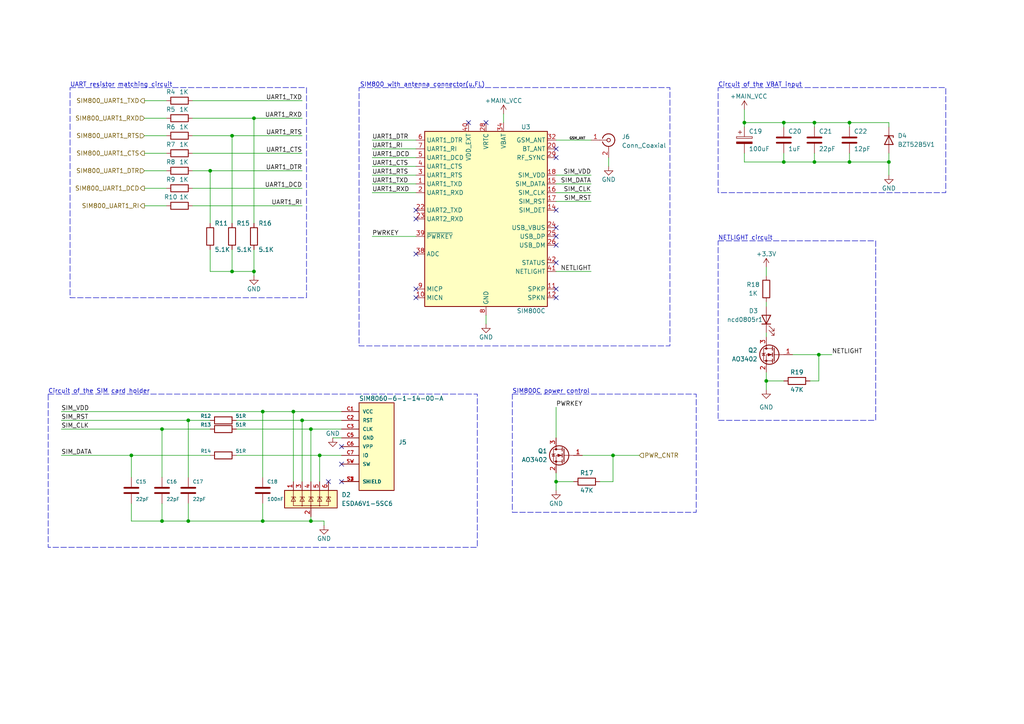
<source format=kicad_sch>
(kicad_sch (version 20231120) (generator "eeschema") (generator_version "8.0")
  (paper "A4")
  (title_block (title "TSTracker") (date "2023-11-01") (rev "1"))
  (lib_symbols
    (symbol "Connector:Conn_Coaxial" (pin_names (offset 1.016) hide)
      (property "Reference" "J" (at 0.254 3.048 0))
      (property "Value" "Conn_Coaxial" (at 2.921 0 90))
      (symbol "Conn_Coaxial_0_1"
        (arc (start -1.778 -0.508) (mid 0.2311 -1.8066) (end 1.778 0) (stroke (width 0.254)))
        (polyline (pts (xy -2.54 0) (xy -0.508 0)))
        (polyline (pts (xy 0 -2.54) (xy 0 -1.778)))
        (circle (center 0 0) (radius 0.508) (stroke (width 0.2032)))
        (arc (start 1.778 0) (mid 0.2099 1.8101) (end -1.778 0.508) (stroke (width 0.254)))
      )
      (symbol "Conn_Coaxial_1_1"
        (pin passive line (at -5.08 0 0) (length 2.54) (name "In") (number "1"))
        (pin passive line (at 0 -5.08 90) (length 2.54) (name "Ext") (number "2"))
      )
    )
    (symbol "Device:C" (pin_numbers hide) (pin_names (offset 0.254))
      (property "Reference" "C" (at 0.635 2.54 0))
      (property "Value" "C" (at 0.635 -2.54 0))
      (symbol "C_0_1"
        (polyline (pts (xy -2.032 -0.762) (xy 2.032 -0.762)) (stroke (width 0.508)))
        (polyline (pts (xy -2.032 0.762) (xy 2.032 0.762)) (stroke (width 0.508)))
      )
      (symbol "C_1_1"
        (pin passive line (at 0 3.81 270) (length 2.794) (name "~") (number "1"))
        (pin passive line (at 0 -3.81 90) (length 2.794) (name "~") (number "2"))
      )
    )
    (symbol "Device:C_Polarized" (pin_numbers hide) (pin_names (offset 0.254))
      (property "Reference" "C" (at 0.635 2.54 0))
      (property "Value" "C_Polarized" (at 0.635 -2.54 0))
      (symbol "C_Polarized_0_1"
        (rectangle (start -2.286 0.508) (end 2.286 1.016))
        (polyline (pts (xy -1.778 2.286) (xy -0.762 2.286)))
        (polyline (pts (xy -1.27 2.794) (xy -1.27 1.778)))
        (rectangle (start 2.286 -0.508) (end -2.286 -1.016) (fill (type outline)))
      )
      (symbol "C_Polarized_1_1"
        (pin passive line (at 0 3.81 270) (length 2.794) (name "~") (number "1"))
        (pin passive line (at 0 -3.81 90) (length 2.794) (name "~") (number "2"))
      )
    )
    (symbol "Device:LED" (pin_numbers hide) (pin_names (offset 1.016) hide)
      (property "Reference" "D" (at 0 2.54 0))
      (property "Value" "LED" (at 0 -2.54 0))
      (symbol "LED_0_1"
        (polyline (pts (xy -1.27 -1.27) (xy -1.27 1.27)) (stroke (width 0.254)))
        (polyline (pts (xy -1.27 0) (xy 1.27 0)))
        (polyline (pts (xy 1.27 -1.27) (xy 1.27 1.27) (xy -1.27 0) (xy 1.27 -1.27)) (stroke (width 0.254)))
        (polyline (pts (xy -3.048 -0.762) (xy -4.572 -2.286) (xy -3.81 -2.286) (xy -4.572 -2.286) (xy -4.572 -1.524)))
        (polyline (pts (xy -1.778 -0.762) (xy -3.302 -2.286) (xy -2.54 -2.286) (xy -3.302 -2.286) (xy -3.302 -1.524)))
      )
      (symbol "LED_1_1"
        (pin passive line (at -3.81 0 0) (length 2.54) (name "K") (number "1"))
        (pin passive line (at 3.81 0 180) (length 2.54) (name "A") (number "2"))
      )
    )
    (symbol "Device:R" (pin_numbers hide) (pin_names (offset 0))
      (property "Reference" "R" (at 2.032 0 90))
      (property "Value" "R" (at 0 0 90))
      (symbol "R_0_1"
        (rectangle (start -1.016 -2.54) (end 1.016 2.54) (stroke (width 0.254)))
      )
      (symbol "R_1_1"
        (pin passive line (at 0 3.81 270) (length 1.27) (name "~") (number "1"))
        (pin passive line (at 0 -3.81 90) (length 1.27) (name "~") (number "2"))
      )
    )
    (symbol "Diode:BZT52Bxx" (pin_numbers hide) (pin_names hide)
      (property "Reference" "D" (at 0 2.54 0))
      (property "Value" "BZT52Bxx" (at 0 -2.54 0))
      (symbol "BZT52Bxx_0_1"
        (polyline (pts (xy 1.27 0) (xy -1.27 0)))
        (polyline (pts (xy -1.27 -1.27) (xy -1.27 1.27) (xy -0.762 1.27)) (stroke (width 0.254)))
        (polyline (pts (xy 1.27 -1.27) (xy 1.27 1.27) (xy -1.27 0) (xy 1.27 -1.27)) (stroke (width 0.254)))
      )
      (symbol "BZT52Bxx_1_1"
        (pin passive line (at -3.81 0 0) (length 2.54) (name "K") (number "1"))
        (pin passive line (at 3.81 0 180) (length 2.54) (name "A") (number "2"))
      )
    )
    (symbol "Power_Protection:ESDA6V1-5SC6" (pin_names hide)
      (property "Reference" "D" (at -5.08 -3.81 0))
      (property "Value" "ESDA6V1-5SC6" (at 2.54 -3.81 0))
      (symbol "ESDA6V1-5SC6_0_0"
        (pin passive line (at 0 -5.08 90) (length 2.54) (name "GND") (number "2"))
      )
      (symbol "ESDA6V1-5SC6_0_1"
        (rectangle (start -7.62 2.54) (end 7.62 -2.54) (stroke (width 0.254)) (fill (type background)))
        (circle (center -2.54 -1.905) (radius 0.127))
        (circle (center 0 -1.905) (radius 0.127))
        (polyline (pts (xy -2.54 2.54) (xy -2.54 -1.905)))
        (polyline (pts (xy 0 2.54) (xy 0 -2.54)))
        (polyline (pts (xy 2.54 2.54) (xy 2.54 -1.905)))
        (polyline (pts (xy -5.715 0.635) (xy -4.445 0.635) (xy -4.445 0.381)))
        (polyline (pts (xy -3.175 0.635) (xy -1.905 0.635) (xy -1.905 0.381)))
        (polyline (pts (xy -0.635 0.635) (xy 0.635 0.635) (xy 0.635 0.381)))
        (polyline (pts (xy 1.905 0.635) (xy 3.175 0.635) (xy 3.175 0.381)))
        (polyline (pts (xy 4.445 0.635) (xy 5.715 0.635) (xy 5.715 0.381)))
        (polyline (pts (xy -5.715 -0.635) (xy -4.445 -0.635) (xy -5.08 0.635) (xy -5.715 -0.635)))
        (polyline (pts (xy -5.08 2.54) (xy -5.08 -1.905) (xy 5.08 -1.905) (xy 5.08 2.54)))
        (polyline (pts (xy -3.175 -0.635) (xy -1.905 -0.635) (xy -2.54 0.635) (xy -3.175 -0.635)))
        (polyline (pts (xy -0.635 -0.635) (xy 0.635 -0.635) (xy 0 0.635) (xy -0.635 -0.635)))
        (polyline (pts (xy 1.905 -0.635) (xy 3.175 -0.635) (xy 2.54 0.635) (xy 1.905 -0.635)))
        (polyline (pts (xy 4.445 -0.635) (xy 5.715 -0.635) (xy 5.08 0.635) (xy 4.445 -0.635)))
        (circle (center 2.54 -1.905) (radius 0.127))
      )
      (symbol "ESDA6V1-5SC6_1_1"
        (pin passive line (at -5.08 5.08 270) (length 2.54) (name "IO1") (number "1"))
        (pin passive line (at -2.54 5.08 270) (length 2.54) (name "IO2") (number "3"))
        (pin passive line (at 0 5.08 270) (length 2.54) (name "IO3") (number "4"))
        (pin passive line (at 2.54 5.08 270) (length 2.54) (name "IO4") (number "5"))
        (pin passive line (at 5.08 5.08 270) (length 2.54) (name "IO5") (number "6"))
      )
    )
    (symbol "RF_GSM:SIM800C"
      (property "Reference" "U" (at -15.24 26.67 0))
      (property "Value" "SIM800C" (at 12.7 26.67 0))
      (symbol "SIM800C_0_1"
        (rectangle (start -17.78 25.4) (end 17.78 -25.4) (stroke (width 0.254)) (fill (type background)))
      )
      (symbol "SIM800C_1_1"
        (pin output line (at -20.32 10.16 0) (length 2.54) (name "UART1_TXD") (number "1"))
        (pin input line (at -20.32 -22.86 0) (length 2.54) (name "MICN") (number "10"))
        (pin output line (at 20.32 -20.32 180) (length 2.54) (name "SPKP") (number "11"))
        (pin output line (at 20.32 -22.86 180) (length 2.54) (name "SPKN") (number "12"))
        (pin passive line (at 0 -27.94 90) (length 2.54) hide (name "GND") (number "13"))
        (pin input line (at 20.32 2.54 180) (length 2.54) (name "SIM_DET") (number "14"))
        (pin bidirectional line (at 20.32 10.16 180) (length 2.54) (name "SIM_DATA") (number "15"))
        (pin output line (at 20.32 7.62 180) (length 2.54) (name "SIM_CLK") (number "16"))
        (pin output line (at 20.32 5.08 180) (length 2.54) (name "SIM_RST") (number "17"))
        (pin power_out line (at 20.32 12.7 180) (length 2.54) (name "SIM_VDD") (number "18"))
        (pin passive line (at 0 -27.94 90) (length 2.54) hide (name "GND") (number "19"))
        (pin input line (at -20.32 7.62 0) (length 2.54) (name "UART1_RXD") (number "2"))
        (pin passive line (at 20.32 20.32 180) (length 2.54) (name "BT_ANT") (number "20"))
        (pin passive line (at 0 -27.94 90) (length 2.54) hide (name "GND") (number "21"))
        (pin output line (at -20.32 2.54 0) (length 2.54) (name "UART2_TXD") (number "22"))
        (pin input line (at -20.32 0 0) (length 2.54) (name "UART2_RXD") (number "23"))
        (pin input line (at 20.32 -2.54 180) (length 2.54) (name "USB_VBUS") (number "24"))
        (pin bidirectional line (at 20.32 -5.08 180) (length 2.54) (name "USB_DP") (number "25"))
        (pin bidirectional line (at 20.32 -7.62 180) (length 2.54) (name "USB_DM") (number "26"))
        (pin passive line (at 0 -27.94 90) (length 2.54) hide (name "GND") (number "27"))
        (pin power_in line (at 0 27.94 270) (length 2.54) (name "VRTC") (number "28"))
        (pin output line (at 20.32 17.78 180) (length 2.54) (name "RF_SYNC") (number "29"))
        (pin input line (at -20.32 12.7 0) (length 2.54) (name "UART1_RTS") (number "3"))
        (pin passive line (at 0 -27.94 90) (length 2.54) hide (name "GND") (number "30"))
        (pin passive line (at 0 -27.94 90) (length 2.54) hide (name "GND") (number "31"))
        (pin passive line (at 20.32 22.86 180) (length 2.54) (name "GSM_ANT") (number "32"))
        (pin passive line (at 0 -27.94 90) (length 2.54) hide (name "GND") (number "33"))
        (pin power_in line (at 5.08 27.94 270) (length 2.54) (name "VBAT") (number "34"))
        (pin passive line (at 5.08 27.94 270) (length 2.54) hide (name "VBAT") (number "35"))
        (pin passive line (at 0 -27.94 90) (length 2.54) hide (name "GND") (number "36"))
        (pin passive line (at 0 -27.94 90) (length 2.54) hide (name "GND") (number "37"))
        (pin input line (at -20.32 -10.16 0) (length 2.54) (name "ADC") (number "38"))
        (pin input line (at -20.32 -5.08 0) (length 2.54) (name "~{PWRKEY}") (number "39"))
        (pin output line (at -20.32 15.24 0) (length 2.54) (name "UART1_CTS") (number "4"))
        (pin power_out line (at -5.08 27.94 270) (length 2.54) (name "VDD_EXT") (number "40"))
        (pin output line (at 20.32 -15.24 180) (length 2.54) (name "NETLIGHT") (number "41"))
        (pin output line (at 20.32 -12.7 180) (length 2.54) (name "STATUS") (number "42"))
        (pin output line (at -20.32 17.78 0) (length 2.54) (name "UART1_DCD") (number "5"))
        (pin input line (at -20.32 22.86 0) (length 2.54) (name "UART1_DTR") (number "6"))
        (pin output line (at -20.32 20.32 0) (length 2.54) (name "UART1_RI") (number "7"))
        (pin power_in line (at 0 -27.94 90) (length 2.54) (name "GND") (number "8"))
        (pin input line (at -20.32 -20.32 0) (length 2.54) (name "MICP") (number "9"))
      )
    )
    (symbol "SIM8060-6-1-14-00-A:SIM8060-6-1-14-00-A" (pin_names (offset 1.016))
      (property "Reference" "J" (at -5.08 13.335 0))
      (property "Value" "SIM8060-6-1-14-00-A" (at -5.08 -15.24 0))
      (symbol "SIM8060-6-1-14-00-A_0_0"
        (rectangle (start -5.08 -12.7) (end 5.08 12.7) (stroke (width 0.254)) (fill (type background)))
        (pin passive line (at -10.16 10.16 0) (length 5.08) (name "VCC") (number "C1"))
        (pin passive line (at -10.16 7.62 0) (length 5.08) (name "RST") (number "C2"))
        (pin passive line (at -10.16 5.08 0) (length 5.08) (name "CLK") (number "C3"))
        (pin passive line (at -10.16 2.54 0) (length 5.08) (name "GND") (number "C5"))
        (pin passive line (at -10.16 0 0) (length 5.08) (name "VPP") (number "C6"))
        (pin passive line (at -10.16 -2.54 0) (length 5.08) (name "IO") (number "C7"))
        (pin passive line (at -10.16 -10.16 0) (length 5.08) (name "SHIELD") (number "S1"))
        (pin passive line (at -10.16 -10.16 0) (length 5.08) (name "SHIELD") (number "S2"))
        (pin passive line (at -10.16 -10.16 0) (length 5.08) (name "SHIELD") (number "S3"))
        (pin passive line (at -10.16 -5.08 0) (length 5.08) (name "SW") (number "SW"))
      )
    )
    (symbol "Transistor_FET:2N7002" (pin_names hide)
      (property "Reference" "Q" (at 5.08 1.905 0))
      (property "Value" "2N7002" (at 5.08 0 0))
      (symbol "2N7002_0_1"
        (polyline (pts (xy 0.254 0) (xy -2.54 0)))
        (polyline (pts (xy 0.254 1.905) (xy 0.254 -1.905)) (stroke (width 0.254)))
        (polyline (pts (xy 0.762 -1.27) (xy 0.762 -2.286)) (stroke (width 0.254)))
        (polyline (pts (xy 0.762 0.508) (xy 0.762 -0.508)) (stroke (width 0.254)))
        (polyline (pts (xy 0.762 2.286) (xy 0.762 1.27)) (stroke (width 0.254)))
        (polyline (pts (xy 2.54 2.54) (xy 2.54 1.778)))
        (polyline (pts (xy 2.54 -2.54) (xy 2.54 0) (xy 0.762 0)))
        (polyline (pts (xy 0.762 -1.778) (xy 3.302 -1.778) (xy 3.302 1.778) (xy 0.762 1.778)))
        (polyline (pts (xy 1.016 0) (xy 2.032 0.381) (xy 2.032 -0.381) (xy 1.016 0)) (fill (type outline)))
        (polyline (pts (xy 2.794 0.508) (xy 2.921 0.381) (xy 3.683 0.381) (xy 3.81 0.254)))
        (polyline (pts (xy 3.302 0.381) (xy 2.921 -0.254) (xy 3.683 -0.254) (xy 3.302 0.381)))
        (circle (center 1.651 0) (radius 2.794) (stroke (width 0.254)))
        (circle (center 2.54 -1.778) (radius 0.254) (fill (type outline)))
        (circle (center 2.54 1.778) (radius 0.254) (fill (type outline)))
      )
      (symbol "2N7002_1_1"
        (pin input line (at -5.08 0 0) (length 2.54) (name "G") (number "1"))
        (pin passive line (at 2.54 -5.08 90) (length 2.54) (name "S") (number "2"))
        (pin passive line (at 2.54 5.08 270) (length 2.54) (name "D") (number "3"))
      )
    )
    (symbol "custom_power_symbols:+MAIN_VCC" (power) (pin_names (offset 0))
      (property "Value" "+MAIN_VCC" (at 0 3.556 0))
      (symbol "+MAIN_VCC_0_1"
        (polyline (pts (xy -0.762 1.27) (xy 0 2.54)))
        (polyline (pts (xy 0 0) (xy 0 2.54)))
        (polyline (pts (xy 0 2.54) (xy 0.762 1.27)))
      )
      (symbol "+MAIN_VCC_1_1"
        (pin power_in line (at 0 0 90) (length 0) hide (name "+MAIN_VCC") (number "1"))
      )
    )
    (symbol "power:+3.3V" (power) (pin_names (offset 0))
      (property "Value" "+3.3V" (at 0 3.556 0))
      (symbol "+3.3V_0_1"
        (polyline (pts (xy -0.762 1.27) (xy 0 2.54)))
        (polyline (pts (xy 0 0) (xy 0 2.54)))
        (polyline (pts (xy 0 2.54) (xy 0.762 1.27)))
      )
      (symbol "+3.3V_1_1"
        (pin power_in line (at 0 0 90) (length 0) hide (name "+3.3V") (number "1"))
      )
    )
    (symbol "power:GND" (power) (pin_names (offset 0))
      (property "Value" "GND" (at 0 -3.81 0))
      (symbol "GND_0_1"
        (polyline (pts (xy 0 0) (xy 0 -1.27) (xy 1.27 -1.27) (xy 0 -2.54) (xy -1.27 -1.27) (xy 0 -1.27)))
      )
      (symbol "GND_1_1"
        (pin power_in line (at 0 0 270) (length 0) hide (name "GND") (number "1"))
      )
    )
  )
  (junction (at 67.31 78.74))
  (junction (at 92.71 132.08))
  (junction (at 46.99 124.46))
  (junction (at 257.81 46.99))
  (junction (at 161.29 139.7))
  (junction (at 54.61 151.13))
  (junction (at 67.31 39.37))
  (junction (at 222.25 110.49))
  (junction (at 85.09 119.38))
  (junction (at 76.2 151.13))
  (junction (at 227.33 46.99))
  (junction (at 76.2 119.38))
  (junction (at 215.9 35.56))
  (junction (at 73.66 34.29))
  (junction (at 60.96 49.53))
  (junction (at 246.38 46.99))
  (junction (at 38.1 132.08))
  (junction (at 46.99 151.13))
  (junction (at 236.22 46.99))
  (junction (at 177.8 132.08))
  (junction (at 227.33 35.56))
  (junction (at 236.22 35.56))
  (junction (at 237.49 102.87))
  (junction (at 246.38 35.56))
  (junction (at 54.61 121.92))
  (junction (at 73.66 78.74))
  (junction (at 90.17 151.13))
  (junction (at 87.63 121.92))
  (junction (at 90.17 124.46))
  (no_connect (at 99.06 129.54))
  (no_connect (at 140.97 35.56))
  (no_connect (at 135.89 35.56))
  (no_connect (at 161.29 71.12))
  (no_connect (at 120.65 73.66))
  (no_connect (at 120.65 83.82))
  (no_connect (at 161.29 86.36))
  (no_connect (at 99.06 134.62))
  (no_connect (at 161.29 83.82))
  (no_connect (at 161.29 60.96))
  (no_connect (at 95.25 139.7))
  (no_connect (at 120.65 63.5))
  (no_connect (at 161.29 45.72))
  (no_connect (at 161.29 68.58))
  (no_connect (at 99.06 139.7))
  (no_connect (at 161.29 66.04))
  (no_connect (at 161.29 76.2))
  (no_connect (at 161.29 43.18))
  (no_connect (at 120.65 60.96))
  (no_connect (at 120.65 86.36))
  (wire (pts (xy 87.63 121.92) (xy 99.06 121.92)))
  (wire (pts (xy 246.38 35.56) (xy 246.38 36.83)))
  (wire (pts (xy 215.9 35.56) (xy 215.9 36.83)))
  (wire (pts (xy 41.91 39.37) (xy 48.26 39.37)))
  (wire (pts (xy 227.33 35.56) (xy 236.22 35.56)))
  (wire (pts (xy 38.1 132.08) (xy 38.1 138.43)))
  (wire (pts (xy 85.09 119.38) (xy 99.06 119.38)))
  (wire (pts (xy 107.95 50.8) (xy 120.65 50.8)))
  (wire (pts (xy 161.29 50.8) (xy 171.45 50.8)))
  (wire (pts (xy 90.17 124.46) (xy 90.17 139.7)))
  (wire (pts (xy 54.61 121.92) (xy 60.96 121.92)))
  (wire (pts (xy 90.17 149.86) (xy 90.17 151.13)))
  (wire (pts (xy 73.66 34.29) (xy 73.66 64.77)))
  (wire (pts (xy 176.53 45.72) (xy 176.53 48.26)))
  (wire (pts (xy 161.29 58.42) (xy 171.45 58.42)))
  (wire (pts (xy 54.61 121.92) (xy 54.61 138.43)))
  (wire (pts (xy 236.22 44.45) (xy 236.22 46.99)))
  (wire (pts (xy 90.17 124.46) (xy 99.06 124.46)))
  (wire (pts (xy 161.29 137.16) (xy 161.29 139.7)))
  (wire (pts (xy 229.87 102.87) (xy 237.49 102.87)))
  (wire (pts (xy 67.31 39.37) (xy 87.63 39.37)))
  (wire (pts (xy 46.99 124.46) (xy 46.99 138.43)))
  (wire (pts (xy 41.91 59.69) (xy 48.26 59.69)))
  (wire (pts (xy 54.61 146.05) (xy 54.61 151.13)))
  (wire (pts (xy 161.29 139.7) (xy 166.37 139.7)))
  (wire (pts (xy 246.38 44.45) (xy 246.38 46.99)))
  (wire (pts (xy 60.96 49.53) (xy 60.96 64.77)))
  (wire (pts (xy 41.91 44.45) (xy 48.26 44.45)))
  (wire (pts (xy 222.25 110.49) (xy 222.25 113.03)))
  (wire (pts (xy 237.49 102.87) (xy 241.3 102.87)))
  (wire (pts (xy 46.99 146.05) (xy 46.99 151.13)))
  (wire (pts (xy 257.81 44.45) (xy 257.81 46.99)))
  (wire (pts (xy 92.71 132.08) (xy 99.06 132.08)))
  (wire (pts (xy 227.33 35.56) (xy 227.33 36.83)))
  (wire (pts (xy 177.8 132.08) (xy 177.8 139.7)))
  (wire (pts (xy 177.8 139.7) (xy 173.99 139.7)))
  (wire (pts (xy 55.88 49.53) (xy 60.96 49.53)))
  (wire (pts (xy 107.95 53.34) (xy 120.65 53.34)))
  (wire (pts (xy 161.29 78.74) (xy 171.45 78.74)))
  (wire (pts (xy 55.88 39.37) (xy 67.31 39.37)))
  (wire (pts (xy 177.8 132.08) (xy 185.42 132.08)))
  (wire (pts (xy 55.88 44.45) (xy 87.63 44.45)))
  (wire (pts (xy 60.96 72.39) (xy 60.96 78.74)))
  (wire (pts (xy 68.58 121.92) (xy 87.63 121.92)))
  (wire (pts (xy 257.81 46.99) (xy 246.38 46.99)))
  (wire (pts (xy 54.61 151.13) (xy 76.2 151.13)))
  (wire (pts (xy 60.96 49.53) (xy 87.63 49.53)))
  (wire (pts (xy 41.91 29.21) (xy 48.26 29.21)))
  (wire (pts (xy 46.99 151.13) (xy 54.61 151.13)))
  (wire (pts (xy 222.25 96.52) (xy 222.25 97.79)))
  (wire (pts (xy 168.91 132.08) (xy 177.8 132.08)))
  (wire (pts (xy 161.29 53.34) (xy 171.45 53.34)))
  (wire (pts (xy 107.95 48.26) (xy 120.65 48.26)))
  (wire (pts (xy 76.2 119.38) (xy 85.09 119.38)))
  (wire (pts (xy 107.95 43.18) (xy 120.65 43.18)))
  (wire (pts (xy 87.63 121.92) (xy 87.63 139.7)))
  (wire (pts (xy 222.25 87.63) (xy 222.25 88.9)))
  (wire (pts (xy 55.88 54.61) (xy 87.63 54.61)))
  (wire (pts (xy 107.95 45.72) (xy 120.65 45.72)))
  (wire (pts (xy 161.29 118.11) (xy 161.29 127)))
  (wire (pts (xy 92.71 132.08) (xy 92.71 139.7)))
  (wire (pts (xy 161.29 55.88) (xy 171.45 55.88)))
  (wire (pts (xy 237.49 102.87) (xy 237.49 110.49)))
  (wire (pts (xy 90.17 151.13) (xy 93.98 151.13)))
  (wire (pts (xy 96.52 127) (xy 99.06 127)))
  (wire (pts (xy 38.1 146.05) (xy 38.1 151.13)))
  (wire (pts (xy 107.95 55.88) (xy 120.65 55.88)))
  (wire (pts (xy 222.25 77.47) (xy 222.25 80.01)))
  (wire (pts (xy 257.81 35.56) (xy 257.81 36.83)))
  (wire (pts (xy 236.22 35.56) (xy 236.22 36.83)))
  (wire (pts (xy 215.9 46.99) (xy 215.9 44.45)))
  (wire (pts (xy 246.38 46.99) (xy 236.22 46.99)))
  (wire (pts (xy 161.29 40.64) (xy 171.45 40.64)))
  (wire (pts (xy 60.96 124.46) (xy 46.99 124.46)))
  (wire (pts (xy 41.91 54.61) (xy 48.26 54.61)))
  (wire (pts (xy 227.33 46.99) (xy 215.9 46.99)))
  (wire (pts (xy 107.95 40.64) (xy 120.65 40.64)))
  (wire (pts (xy 215.9 31.75) (xy 215.9 35.56)))
  (wire (pts (xy 236.22 46.99) (xy 227.33 46.99)))
  (wire (pts (xy 246.38 35.56) (xy 257.81 35.56)))
  (wire (pts (xy 227.33 44.45) (xy 227.33 46.99)))
  (wire (pts (xy 68.58 132.08) (xy 92.71 132.08)))
  (wire (pts (xy 236.22 35.56) (xy 246.38 35.56)))
  (wire (pts (xy 73.66 34.29) (xy 87.63 34.29)))
  (wire (pts (xy 161.29 139.7) (xy 161.29 142.24)))
  (wire (pts (xy 67.31 39.37) (xy 67.31 64.77)))
  (wire (pts (xy 222.25 110.49) (xy 227.33 110.49)))
  (wire (pts (xy 38.1 151.13) (xy 46.99 151.13)))
  (wire (pts (xy 85.09 119.38) (xy 85.09 139.7)))
  (wire (pts (xy 17.78 121.92) (xy 54.61 121.92)))
  (wire (pts (xy 55.88 29.21) (xy 87.63 29.21)))
  (wire (pts (xy 140.97 91.44) (xy 140.97 93.98)))
  (wire (pts (xy 76.2 146.05) (xy 76.2 151.13)))
  (wire (pts (xy 17.78 132.08) (xy 38.1 132.08)))
  (wire (pts (xy 76.2 119.38) (xy 76.2 138.43)))
  (wire (pts (xy 237.49 110.49) (xy 234.95 110.49)))
  (wire (pts (xy 41.91 34.29) (xy 48.26 34.29)))
  (wire (pts (xy 67.31 72.39) (xy 67.31 78.74)))
  (wire (pts (xy 73.66 72.39) (xy 73.66 78.74)))
  (wire (pts (xy 17.78 119.38) (xy 76.2 119.38)))
  (wire (pts (xy 55.88 34.29) (xy 73.66 34.29)))
  (wire (pts (xy 107.95 68.58) (xy 120.65 68.58)))
  (wire (pts (xy 73.66 80.01) (xy 73.66 78.74)))
  (wire (pts (xy 146.05 33.02) (xy 146.05 35.56)))
  (wire (pts (xy 55.88 59.69) (xy 87.63 59.69)))
  (wire (pts (xy 17.78 124.46) (xy 46.99 124.46)))
  (wire (pts (xy 67.31 78.74) (xy 73.66 78.74)))
  (wire (pts (xy 76.2 151.13) (xy 90.17 151.13)))
  (wire (pts (xy 41.91 49.53) (xy 48.26 49.53)))
  (wire (pts (xy 68.58 124.46) (xy 90.17 124.46)))
  (wire (pts (xy 257.81 46.99) (xy 257.81 50.8)))
  (wire (pts (xy 93.98 151.13) (xy 93.98 152.4)))
  (wire (pts (xy 60.96 78.74) (xy 67.31 78.74)))
  (wire (pts (xy 38.1 132.08) (xy 60.96 132.08)))
  (wire (pts (xy 222.25 107.95) (xy 222.25 110.49)))
  (wire (pts (xy 215.9 35.56) (xy 227.33 35.56)))
  (rectangle (start 208.28 25.4) (end 274.32 55.88) (stroke (width 0) (type dash)))
  (rectangle (start 208.28 69.85) (end 254 121.92) (stroke (width 0) (type dash)))
  (rectangle (start 104.14 25.4) (end 194.31 100.33) (stroke (width 0) (type dash)))
  (rectangle (start 13.97 114.3) (end 138.43 158.75) (stroke (width 0) (type dash)))
  (rectangle (start 20.32 25.4) (end 88.9 86.36) (stroke (width 0) (type dash)))
  (rectangle (start 148.59 114.3) (end 201.93 148.59) (stroke (width 0) (type dash)))
  (text "NETLIGHT circuit" (at 208.28 69.85 0) (effects (font (size 1.27 1.27)) (justify left bottom)))
  (text "Circuit of the VBAT input" (at 208.28 25.4 0) (effects (font (size 1.27 1.27)) (justify left bottom)))
  (text "UART resistor matching circuit" (at 20.32 25.4 0) (effects (font (size 1.27 1.27)) (justify left bottom)))
  (text "Circuit of the SIM card holder" (at 13.97 114.3 0) (effects (font (size 1.27 1.27)) (justify left bottom)))
  (text "SIM800 with antenna connector(u.FL)" (at 104.394 25.4 0) (effects (font (size 1.27 1.27)) (justify left bottom)))
  (text "SIM800C power control" (at 148.59 114.3 0) (effects (font (size 1.27 1.27)) (justify left bottom)))
  (label "UART1_RTS" (at 107.95 50.8 0))
  (label "SIM_RST" (at 171.45 58.42 180))
  (label "SIM_RST" (at 17.78 121.92 0))
  (label "PWRKEY" (at 107.95 68.58 0))
  (label "SIM_DATA" (at 171.45 53.34 180))
  (label "UART1_DCD" (at 107.95 45.72 0))
  (label "UART1_RI" (at 87.63 59.69 180))
  (label "NETLIGHT" (at 241.3 102.87 0))
  (label "SIM_DATA" (at 17.78 132.08 0))
  (label "UART1_CTS" (at 107.95 48.26 0))
  (label "SIM_CLK" (at 171.45 55.88 180))
  (label "GSM_ANT" (at 165.1 40.64 0) (effects (font (size 0.7 0.7))))
  (label "UART1_DCD" (at 87.63 54.61 180))
  (label "UART1_DTR" (at 107.95 40.64 0))
  (label "SIM_VDD" (at 17.78 119.38 0))
  (label "SIM_CLK" (at 17.78 124.46 0))
  (label "PWRKEY" (at 161.29 118.11 0))
  (label "NETLIGHT" (at 171.45 78.74 180))
  (label "UART1_RTS" (at 87.63 39.37 180))
  (label "UART1_DTR" (at 87.63 49.53 180))
  (label "UART1_TXD" (at 107.95 53.34 0))
  (label "UART1_RXD" (at 87.63 34.29 180))
  (label "UART1_CTS" (at 87.63 44.45 180))
  (label "UART1_TXD" (at 87.63 29.21 180))
  (label "SIM_VDD" (at 171.45 50.8 180))
  (label "UART1_RI" (at 107.95 43.18 0))
  (label "UART1_RXD" (at 107.95 55.88 0))
  (hierarchical_label "SIM800_UART1_RTS" (shape input) (at 41.91 39.37 180))
  (hierarchical_label "SIM800_UART1_TXD" (shape output) (at 41.91 29.21 180))
  (hierarchical_label "SIM800_UART1_RI" (shape output) (at 41.91 59.69 180))
  (hierarchical_label "SIM800_UART1_DCD" (shape output) (at 41.91 54.61 180))
  (hierarchical_label "SIM800_UART1_RXD" (shape input) (at 41.91 34.29 180))
  (hierarchical_label "SIM800_UART1_DTR" (shape input) (at 41.91 49.53 180))
  (hierarchical_label "SIM800_UART1_CTS" (shape output) (at 41.91 44.45 180))
  (hierarchical_label "PWR_CNTR" (shape input) (at 185.42 132.08 0))
  (symbol (lib_id "power:GND") (at 96.52 127 0) (unit 1)
    (property "Reference" "#PWR033" (effects (hide yes)))
    (property "Value" "GND" (at 96.52 125.73 0))
  )
  (symbol (lib_id "Diode:BZT52Bxx") (at 257.81 40.64 270) (unit 1)
    (property "Reference" "D4" (at 260.35 39.37 90) (effects (justify left)))
    (property "Value" "BZT52B5V1" (at 260.35 41.91 90) (effects (justify left)))
    (property "Footprint" "Diode_SMD:D_SOD-123F" (effects (hide yes)))
    (property "Datasheet" "https://diotec.com/tl_files/diotec/files/pdf/datasheets/bzt52b2v4.pdf" (effects (hide yes)))
  )
  (symbol (lib_id "Device:C") (at 227.33 40.64 0) (unit 1)
    (property "Reference" "C20" (at 228.6 38.1 0) (effects (justify left)))
    (property "Value" "1uF" (at 228.6 43.18 0) (effects (justify left)))
    (property "Footprint" "Capacitor_SMD:C_0805_2012Metric" (effects (hide yes)))
  )
  (symbol (lib_id "Device:C_Polarized") (at 215.9 40.64 0) (unit 1)
    (property "Reference" "C19" (at 217.17 38.1 0) (effects (justify left)))
    (property "Value" "100uF" (at 217.17 43.18 0) (effects (justify left)))
    (property "Footprint" "Capacitor_Tantalum_SMD:CP_EIA-3528-21_Kemet-B" (effects (hide yes)))
  )
  (symbol (lib_id "Device:C") (at 54.61 142.24 0) (unit 1)
    (property "Reference" "C17" (at 55.88 139.7 0) (effects (font (size 1 1)) (justify left)))
    (property "Value" "22pF" (at 55.88 144.78 0) (effects (font (size 1 1)) (justify left)))
    (property "Footprint" "Capacitor_SMD:C_0603_1608Metric" (effects (hide yes)))
  )
  (symbol (lib_id "Device:R") (at 73.66 68.58 0) (unit 1)
    (property "Reference" "R16" (at 74.93 64.77 0) (effects (justify left)))
    (property "Value" "5.1K" (at 74.93 72.39 0) (effects (justify left)))
    (property "Footprint" "Resistor_SMD:R_0603_1608Metric" (effects (hide yes)))
  )
  (symbol (lib_id "Device:R") (at 52.07 44.45 90) (unit 1)
    (property "Reference" "R7" (at 49.53 41.91 90))
    (property "Value" "1K" (at 53.34 41.91 90))
    (property "Footprint" "Resistor_SMD:R_0603_1608Metric" (effects (hide yes)))
  )
  (symbol (lib_id "Device:R") (at 52.07 29.21 90) (unit 1)
    (property "Reference" "R4" (at 49.53 26.67 90))
    (property "Value" "1K" (at 53.34 26.67 90))
    (property "Footprint" "Resistor_SMD:R_0603_1608Metric" (effects (hide yes)))
  )
  (symbol (lib_id "Device:R") (at 64.77 132.08 90) (unit 1)
    (property "Reference" "R14" (at 59.69 130.81 90) (effects (font (size 1 1))))
    (property "Value" "51R" (at 69.85 130.81 90) (effects (font (size 1 1))))
    (property "Footprint" "Resistor_SMD:R_0603_1608Metric" (effects (hide yes)))
  )
  (symbol (lib_id "power:GND") (at 140.97 93.98 0) (unit 1)
    (property "Reference" "#PWR034" (effects (hide yes)))
    (property "Value" "GND" (at 140.97 97.79 0))
  )
  (symbol (lib_id "power:GND") (at 73.66 80.01 0) (unit 1)
    (property "Reference" "#PWR031" (effects (hide yes)))
    (property "Value" "GND" (at 73.66 83.82 0))
  )
  (symbol (lib_id "Transistor_FET:2N7002") (at 163.83 132.08 0) (mirror y) (unit 1)
    (property "Reference" "Q1" (at 158.75 130.81 0) (effects (justify left)))
    (property "Value" "AO3402" (at 158.75 133.35 0) (effects (justify left)))
    (property "Footprint" "Package_TO_SOT_SMD:SOT-23" (effects (hide yes)))
    (property "Datasheet" "https://www.onsemi.com/pub/Collateral/NDS7002A-D.PDF" (effects (hide yes)))
  )
  (symbol (lib_id "power:+3.3V") (at 222.25 77.47 0) (unit 1)
    (property "Reference" "#PWR039" (effects (hide yes)))
    (property "Value" "+3.3V" (at 222.25 73.66 0))
  )
  (symbol (lib_id "Power_Protection:ESDA6V1-5SC6") (at 90.17 144.78 0) (unit 1)
    (property "Reference" "D2" (at 99.06 143.51 0) (effects (justify left)))
    (property "Value" "ESDA6V1-5SC6" (at 99.06 146.05 0) (effects (justify left)))
    (property "Footprint" "Package_TO_SOT_SMD:SOT-23-6" (effects (hide yes)))
    (property "Datasheet" "www.st.com/resource/en/datasheet/esda6v1-5sc6.pdf" (effects (hide yes)))
  )
  (symbol (lib_id "power:GND") (at 257.81 50.8 0) (unit 1)
    (property "Reference" "#PWR041" (effects (hide yes)))
    (property "Value" "GND" (at 257.81 54.61 0))
  )
  (symbol (lib_id "power:GND") (at 176.53 48.26 0) (unit 1)
    (property "Reference" "#PWR037" (effects (hide yes)))
    (property "Value" "GND" (at 176.53 52.07 0))
  )
  (symbol (lib_id "Transistor_FET:2N7002") (at 224.79 102.87 0) (mirror y) (unit 1)
    (property "Reference" "Q2" (at 219.71 101.6 0) (effects (justify left)))
    (property "Value" "AO3402" (at 219.71 104.14 0) (effects (justify left)))
    (property "Footprint" "Package_TO_SOT_SMD:SOT-23" (effects (hide yes)))
    (property "Datasheet" "https://www.onsemi.com/pub/Collateral/NDS7002A-D.PDF" (effects (hide yes)))
  )
  (symbol (lib_id "Device:R") (at 52.07 59.69 90) (unit 1)
    (property "Reference" "R10" (at 49.53 57.15 90))
    (property "Value" "1K" (at 53.34 57.15 90))
    (property "Footprint" "Resistor_SMD:R_0603_1608Metric" (effects (hide yes)))
  )
  (symbol (lib_id "Device:R") (at 52.07 54.61 90) (unit 1)
    (property "Reference" "R9" (at 49.53 52.07 90))
    (property "Value" "1K" (at 53.34 52.07 90))
    (property "Footprint" "Resistor_SMD:R_0603_1608Metric" (effects (hide yes)))
  )
  (symbol (lib_id "Device:C") (at 76.2 142.24 0) (unit 1)
    (property "Reference" "C18" (at 77.47 139.7 0) (effects (font (size 1 1)) (justify left)))
    (property "Value" "100nF" (at 77.47 144.78 0) (effects (font (size 1 1)) (justify left)))
    (property "Footprint" "Capacitor_SMD:C_0805_2012Metric" (effects (hide yes)))
  )
  (symbol (lib_id "power:GND") (at 93.98 152.4 0) (unit 1)
    (property "Reference" "#PWR032" (effects (hide yes)))
    (property "Value" "GND" (at 93.98 156.21 0))
  )
  (symbol (lib_id "Device:R") (at 222.25 83.82 0) (unit 1)
    (property "Reference" "R18" (at 218.44 82.55 0))
    (property "Value" "1K" (at 218.44 85.09 0))
    (property "Footprint" "Resistor_SMD:R_0603_1608Metric" (effects (hide yes)))
  )
  (symbol (lib_id "Device:C") (at 236.22 40.64 0) (unit 1)
    (property "Reference" "C21" (at 237.49 38.1 0) (effects (justify left)))
    (property "Value" "22pF" (at 237.49 43.18 0) (effects (justify left)))
    (property "Footprint" "Capacitor_SMD:C_0603_1608Metric" (effects (hide yes)))
  )
  (symbol (lib_id "Device:C") (at 46.99 142.24 0) (unit 1)
    (property "Reference" "C16" (at 48.26 139.7 0) (effects (font (size 1 1)) (justify left)))
    (property "Value" "22pF" (at 48.26 144.78 0) (effects (font (size 1 1)) (justify left)))
    (property "Footprint" "Capacitor_SMD:C_0603_1608Metric" (effects (hide yes)))
  )
  (symbol (lib_id "Device:C") (at 246.38 40.64 0) (unit 1)
    (property "Reference" "C22" (at 247.65 38.1 0) (effects (justify left)))
    (property "Value" "12pF" (at 247.65 43.18 0) (effects (justify left)))
    (property "Footprint" "Capacitor_SMD:C_0603_1608Metric" (effects (hide yes)))
  )
  (symbol (lib_id "Device:R") (at 170.18 139.7 90) (unit 1)
    (property "Reference" "R17" (at 170.18 137.16 90))
    (property "Value" "47K" (at 170.18 142.24 90))
    (property "Footprint" "Resistor_SMD:R_0603_1608Metric" (effects (hide yes)))
  )
  (symbol (lib_id "Device:R") (at 67.31 68.58 0) (unit 1)
    (property "Reference" "R15" (at 68.58 64.77 0) (effects (justify left)))
    (property "Value" "5.1K" (at 68.58 72.39 0) (effects (justify left)))
    (property "Footprint" "Resistor_SMD:R_0603_1608Metric" (effects (hide yes)))
  )
  (symbol (lib_id "power:GND") (at 222.25 113.03 0) (unit 1)
    (property "Reference" "#PWR040" (effects (hide yes)))
    (property "Value" "GND" (at 222.25 118.11 0))
  )
  (symbol (lib_id "custom_power_symbols:+MAIN_VCC") (at 215.9 31.75 0) (unit 1)
    (property "Reference" "#PWR038" (effects (hide yes)))
    (property "Value" "+MAIN_VCC" (at 217.17 27.94 0))
  )
  (symbol (lib_id "Device:R") (at 52.07 39.37 90) (unit 1)
    (property "Reference" "R6" (at 49.53 36.83 90))
    (property "Value" "1K" (at 53.34 36.83 90))
    (property "Footprint" "Resistor_SMD:R_0603_1608Metric" (effects (hide yes)))
  )
  (symbol (lib_id "custom_power_symbols:+MAIN_VCC") (at 146.05 33.02 0) (unit 1)
    (property "Reference" "#PWR035" (effects (hide yes)))
    (property "Value" "+MAIN_VCC" (at 146.05 29.21 0))
  )
  (symbol (lib_id "Device:R") (at 52.07 49.53 90) (unit 1)
    (property "Reference" "R8" (at 49.53 46.99 90))
    (property "Value" "1K" (at 53.34 46.99 90))
    (property "Footprint" "Resistor_SMD:R_0603_1608Metric" (effects (hide yes)))
  )
  (symbol (lib_id "Device:C") (at 38.1 142.24 0) (unit 1)
    (property "Reference" "C15" (at 39.37 139.7 0) (effects (font (size 1 1)) (justify left)))
    (property "Value" "22pF" (at 39.37 144.78 0) (effects (font (size 1 1)) (justify left)))
    (property "Footprint" "Capacitor_SMD:C_0603_1608Metric" (effects (hide yes)))
  )
  (symbol (lib_id "power:GND") (at 161.29 142.24 0) (unit 1)
    (property "Reference" "#PWR036" (effects (hide yes)))
    (property "Value" "GND" (at 161.29 146.05 0))
  )
  (symbol (lib_id "Device:R") (at 52.07 34.29 90) (unit 1)
    (property "Reference" "R5" (at 49.53 31.75 90))
    (property "Value" "1K" (at 53.34 31.75 90))
    (property "Footprint" "Resistor_SMD:R_0603_1608Metric" (effects (hide yes)))
  )
  (symbol (lib_id "Device:R") (at 64.77 124.46 90) (unit 1)
    (property "Reference" "R13" (at 59.69 123.19 90) (effects (font (size 1 1))))
    (property "Value" "51R" (at 69.85 123.19 90) (effects (font (size 1 1))))
    (property "Footprint" "Resistor_SMD:R_0603_1608Metric" (effects (hide yes)))
  )
  (symbol (lib_id "Device:R") (at 64.77 121.92 90) (unit 1)
    (property "Reference" "R12" (at 59.69 120.65 90) (effects (font (size 1 1))))
    (property "Value" "51R" (at 69.85 120.65 90) (effects (font (size 1 1))))
    (property "Footprint" "Resistor_SMD:R_0603_1608Metric" (effects (hide yes)))
  )
  (symbol (lib_id "Device:R") (at 231.14 110.49 90) (unit 1)
    (property "Reference" "R19" (at 231.14 107.95 90))
    (property "Value" "47K" (at 231.14 113.03 90))
    (property "Footprint" "Resistor_SMD:R_0603_1608Metric" (effects (hide yes)))
  )
  (symbol (lib_id "RF_GSM:SIM800C") (at 140.97 63.5 0) (unit 1)
    (property "Reference" "U3" (at 151.13 36.83 0) (effects (justify left)))
    (property "Value" "SIM800C" (at 149.86 90.17 0) (effects (justify left)))
    (property "Footprint" "RF_GSM:SIMCom_SIM800C" (effects (hide yes)))
    (property "Datasheet" "http://simcom.ee/documents/SIM800C/SIM800C_Hardware_Design_V1.05.pdf" (effects (hide yes)))
  )
  (symbol (lib_id "Connector:Conn_Coaxial") (at 176.53 40.64 0) (unit 1)
    (property "Reference" "J6" (at 180.34 39.6632 0) (effects (justify left)))
    (property "Value" "Conn_Coaxial" (at 180.34 42.2032 0) (effects (justify left)))
    (property "Footprint" "Connector_Coaxial:U.FL_Hirose_U.FL-R-SMT-1_Vertical" (effects (hide yes)))
    (property "Datasheet" " ~" (effects (hide yes)))
  )
  (symbol (lib_id "Device:LED") (at 222.25 92.71 90) (unit 1)
    (property "Reference" "D3" (at 217.17 90.17 90) (effects (justify right)))
    (property "Value" "ncd0805r1" (at 210.82 92.71 90) (effects (justify right)))
    (property "Footprint" "LED_SMD:LED_0805_2012Metric" (effects (hide yes)))
  )
  (symbol (lib_id "Device:R") (at 60.96 68.58 0) (unit 1)
    (property "Reference" "R11" (at 62.23 64.77 0) (effects (justify left)))
    (property "Value" "5.1K" (at 62.23 72.39 0) (effects (justify left)))
    (property "Footprint" "Resistor_SMD:R_0603_1608Metric" (effects (hide yes)))
  )
  (symbol (lib_id "SIM8060-6-1-14-00-A:SIM8060-6-1-14-00-A") (at 109.22 129.54 0) (unit 1)
    (property "Reference" "J5" (at 115.57 128.27 0) (effects (justify left)))
    (property "Value" "SIM8060-6-1-14-00-A" (at 104.14 115.57 0) (effects (justify left)))
    (property "Footprint" "footprints:GCT_SIM8060-6-1-14-00-A" (effects (hide yes)))
    (property "Description" "\n6 Position Card Connector NANO SIM Surface Mount, Right Angle Gold\n" (effects (hide yes)))
    (property "MF" "Global Connector Technology" (effects (hide yes)))
    (property "Package" "None" (effects (hide yes)))
    (property "Price" "None" (effects (hide yes)))
    (property "Check_prices" "https://www.snapeda.com/parts/SIM8060-6-1-14-00-A/Global+Connector+Technology/view-part/?ref=eda" (effects (hide yes)))
    (property "STANDARD" "Manufacturer recommendations" (effects (hide yes)))
    (property "PARTREV" "A" (effects (hide yes)))
    (property "SnapEDA_Link" "https://www.snapeda.com/parts/SIM8060-6-1-14-00-A/Global+Connector+Technology/view-part/?ref=snap" (effects (hide yes)))
    (property "MP" "SIM8060-6-1-14-00-A" (effects (hide yes)))
    (property "Availability" "In Stock" (effects (hide yes)))
    (property "MANUFACTURER" "GCT" (effects (hide yes)))
  )
)
</source>
